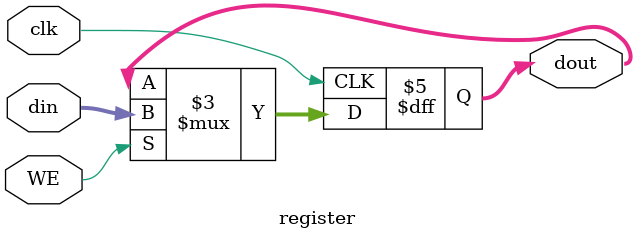
<source format=v>
module register (clk, din, WE, dout);

    parameter width = 32;

    input clk, WE;
    input [width-1:0] din;
    output [width-1:0] dout;

    reg [width-1:0] dout = 0;

    always @(posedge clk) begin
        if (WE) begin
            dout <= din;
        end
    end

endmodule

</source>
